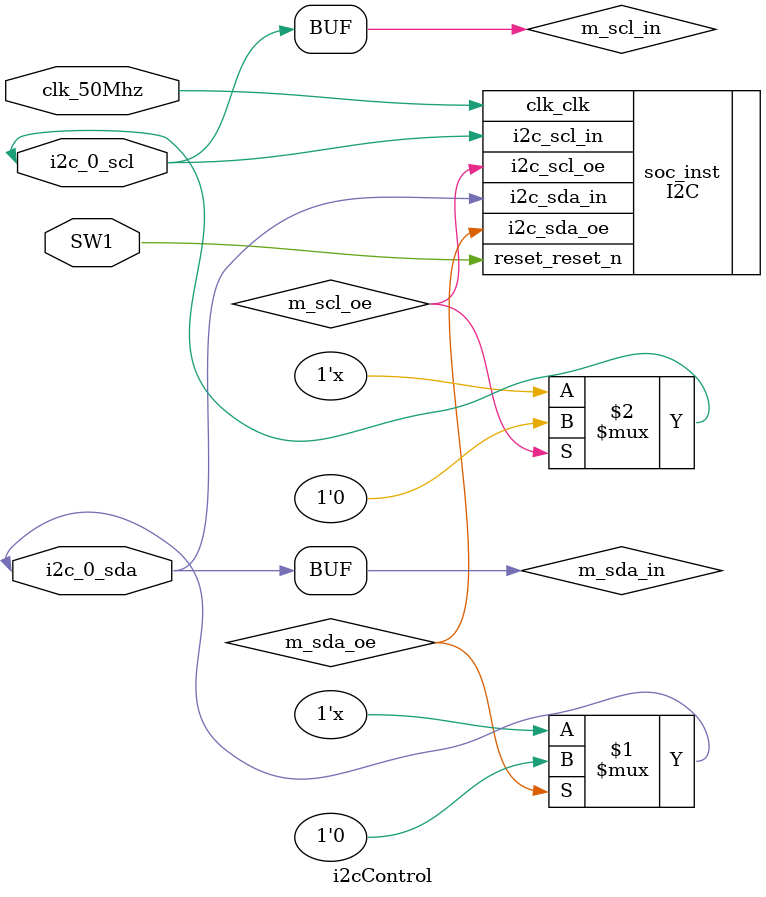
<source format=v>
module i2cControl (
input clk_50Mhz,
input SW1,
inout i2c_0_scl, // i2c_scl_pin
inout i2c_0_sda // i2c_sda_pin
);

wire m_sda_in;
wire m_scl_in;
wire m_sda_oe;
wire m_scl_oe;
assign i2c_0_sda = m_sda_oe ? 1'b0 : 1'bz;
assign m_sda_in = i2c_0_sda;
assign i2c_0_scl = m_scl_oe ? 1'b0 : 1'bz;
assign m_scl_in = i2c_0_scl;

I2C soc_inst (
.clk_clk (clk_50Mhz), // clk.clk
.reset_reset_n (SW1), // reset.reset_n
.i2c_sda_in (m_sda_in), // i2c0.sda_in
.i2c_scl_in (m_scl_in), // .scl_in
.i2c_sda_oe (m_sda_oe), // .sda_oe
.i2c_scl_oe (m_scl_oe) // .scl_oe
);
endmodule
</source>
